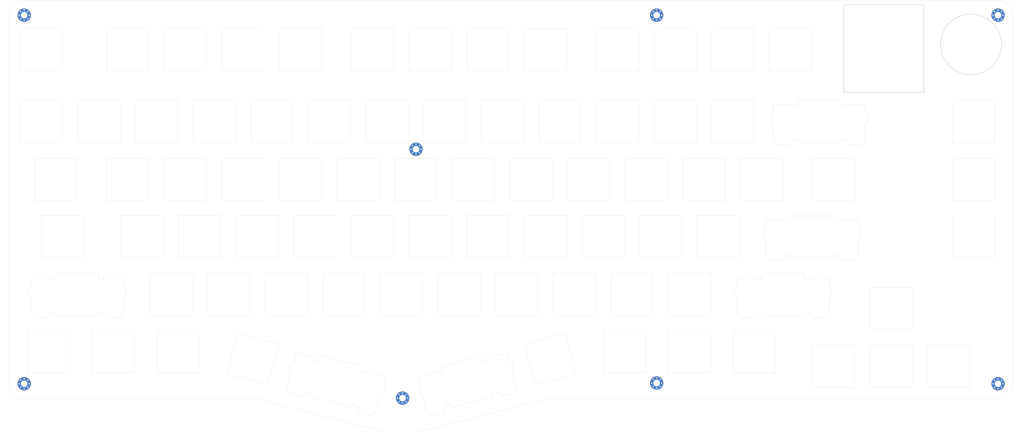
<source format=kicad_pcb>
(kicad_pcb (version 20171130) (host pcbnew 5.1.10-88a1d61d58~90~ubuntu20.04.1)

  (general
    (thickness 1.6)
    (drawings 541)
    (tracks 0)
    (zones 0)
    (modules 8)
    (nets 2)
  )

  (page A3)
  (layers
    (0 F.Cu signal)
    (31 B.Cu signal)
    (32 B.Adhes user)
    (33 F.Adhes user)
    (34 B.Paste user)
    (35 F.Paste user)
    (36 B.SilkS user hide)
    (37 F.SilkS user)
    (38 B.Mask user)
    (39 F.Mask user)
    (40 Dwgs.User user)
    (41 Cmts.User user)
    (42 Eco1.User user)
    (43 Eco2.User user)
    (44 Edge.Cuts user)
    (45 Margin user)
    (46 B.CrtYd user)
    (47 F.CrtYd user)
    (48 B.Fab user)
    (49 F.Fab user)
  )

  (setup
    (last_trace_width 0.254)
    (user_trace_width 0.254)
    (trace_clearance 0.2)
    (zone_clearance 0.508)
    (zone_45_only no)
    (trace_min 0.2)
    (via_size 0.8)
    (via_drill 0.4)
    (via_min_size 0.4)
    (via_min_drill 0.3)
    (uvia_size 0.3)
    (uvia_drill 0.1)
    (uvias_allowed no)
    (uvia_min_size 0.2)
    (uvia_min_drill 0.1)
    (edge_width 0.05)
    (segment_width 0.2)
    (pcb_text_width 0.3)
    (pcb_text_size 1.5 1.5)
    (mod_edge_width 0.12)
    (mod_text_size 1 1)
    (mod_text_width 0.15)
    (pad_size 4.4 4.4)
    (pad_drill 2.2)
    (pad_to_mask_clearance 0.05)
    (aux_axis_origin 55.88 78.232)
    (grid_origin 55.89 78.232)
    (visible_elements 7FFFFFFF)
    (pcbplotparams
      (layerselection 0x010fc_ffffffff)
      (usegerberextensions false)
      (usegerberattributes true)
      (usegerberadvancedattributes true)
      (creategerberjobfile true)
      (excludeedgelayer true)
      (linewidth 0.100000)
      (plotframeref false)
      (viasonmask false)
      (mode 1)
      (useauxorigin false)
      (hpglpennumber 1)
      (hpglpenspeed 20)
      (hpglpendiameter 15.000000)
      (psnegative false)
      (psa4output false)
      (plotreference true)
      (plotvalue true)
      (plotinvisibletext false)
      (padsonsilk false)
      (subtractmaskfromsilk false)
      (outputformat 1)
      (mirror false)
      (drillshape 0)
      (scaleselection 1)
      (outputdirectory "gerber/"))
  )

  (net 0 "")
  (net 1 GND)

  (net_class Default "This is the default net class."
    (clearance 0.2)
    (trace_width 0.254)
    (via_dia 0.8)
    (via_drill 0.4)
    (uvia_dia 0.3)
    (uvia_drill 0.1)
  )

  (module keyboard:MountingHole_2.2mm_M2_Pad_Via (layer F.Cu) (tedit 613D0AD2) (tstamp 613D0ECB)
    (at 60.88 83.232)
    (descr "Mounting Hole 2.2mm, M2")
    (tags "mounting hole 2.2mm m2")
    (path /613EE8B0)
    (attr virtual)
    (fp_text reference MountBaseMiddleTop1 (at 0 -3.2) (layer F.SilkS) hide
      (effects (font (size 1 1) (thickness 0.15)))
    )
    (fp_text value MountingHole (at 0 3.2) (layer F.Fab)
      (effects (font (size 1 1) (thickness 0.15)))
    )
    (fp_circle (center 0 0) (end 2.45 0) (layer F.CrtYd) (width 0.05))
    (fp_circle (center 0 0) (end 2.2 0) (layer Cmts.User) (width 0.15))
    (fp_text user %R (at 0.3 0) (layer F.Fab)
      (effects (font (size 1 1) (thickness 0.15)))
    )
    (pad 1 thru_hole circle (at 1.166726 -1.166726) (size 0.7 0.7) (drill 0.4) (layers *.Cu *.Mask))
    (pad 1 thru_hole circle (at 0 -1.65) (size 0.7 0.7) (drill 0.4) (layers *.Cu *.Mask))
    (pad 1 thru_hole circle (at -1.166726 -1.166726) (size 0.7 0.7) (drill 0.4) (layers *.Cu *.Mask))
    (pad 1 thru_hole circle (at -1.65 0) (size 0.7 0.7) (drill 0.4) (layers *.Cu *.Mask))
    (pad 1 thru_hole circle (at -1.166726 1.166726) (size 0.7 0.7) (drill 0.4) (layers *.Cu *.Mask))
    (pad 1 thru_hole circle (at 0 1.65) (size 0.7 0.7) (drill 0.4) (layers *.Cu *.Mask))
    (pad 1 thru_hole circle (at 1.166726 1.166726) (size 0.7 0.7) (drill 0.4) (layers *.Cu *.Mask))
    (pad 1 thru_hole circle (at 1.65 0) (size 0.7 0.7) (drill 0.4) (layers *.Cu *.Mask))
    (pad 1 thru_hole circle (at 0 0) (size 4.4 4.4) (drill 2.2) (layers *.Cu *.Mask))
  )

  (module keyboard:MountingHole_2.2mm_M2_Pad_Via (layer F.Cu) (tedit 613D0AD2) (tstamp 613D0EDE)
    (at 60.89 205.232)
    (descr "Mounting Hole 2.2mm, M2")
    (tags "mounting hole 2.2mm m2")
    (path /613F05DB)
    (attr virtual)
    (fp_text reference MountBaseMiddleTop2 (at 0 -3.2) (layer F.SilkS) hide
      (effects (font (size 1 1) (thickness 0.15)))
    )
    (fp_text value MountingHole (at 0 3.2) (layer F.Fab)
      (effects (font (size 1 1) (thickness 0.15)))
    )
    (fp_circle (center 0 0) (end 2.45 0) (layer F.CrtYd) (width 0.05))
    (fp_circle (center 0 0) (end 2.2 0) (layer Cmts.User) (width 0.15))
    (fp_text user %R (at 0.3 0) (layer F.Fab)
      (effects (font (size 1 1) (thickness 0.15)))
    )
    (pad 1 thru_hole circle (at 1.166726 -1.166726) (size 0.7 0.7) (drill 0.4) (layers *.Cu *.Mask))
    (pad 1 thru_hole circle (at 0 -1.65) (size 0.7 0.7) (drill 0.4) (layers *.Cu *.Mask))
    (pad 1 thru_hole circle (at -1.166726 -1.166726) (size 0.7 0.7) (drill 0.4) (layers *.Cu *.Mask))
    (pad 1 thru_hole circle (at -1.65 0) (size 0.7 0.7) (drill 0.4) (layers *.Cu *.Mask))
    (pad 1 thru_hole circle (at -1.166726 1.166726) (size 0.7 0.7) (drill 0.4) (layers *.Cu *.Mask))
    (pad 1 thru_hole circle (at 0 1.65) (size 0.7 0.7) (drill 0.4) (layers *.Cu *.Mask))
    (pad 1 thru_hole circle (at 1.166726 1.166726) (size 0.7 0.7) (drill 0.4) (layers *.Cu *.Mask))
    (pad 1 thru_hole circle (at 1.65 0) (size 0.7 0.7) (drill 0.4) (layers *.Cu *.Mask))
    (pad 1 thru_hole circle (at 0 0) (size 4.4 4.4) (drill 2.2) (layers *.Cu *.Mask))
  )

  (module keyboard:MountingHole_2.2mm_M2_Pad_Via (layer F.Cu) (tedit 613D0AD2) (tstamp 613D98E4)
    (at 190.44 127.622)
    (descr "Mounting Hole 2.2mm, M2")
    (tags "mounting hole 2.2mm m2")
    (path /6140E5D0)
    (attr virtual)
    (fp_text reference MountBaseMiddleTop3 (at 0 -3.2) (layer F.SilkS) hide
      (effects (font (size 1 1) (thickness 0.15)))
    )
    (fp_text value MountingHole (at 0 3.2) (layer F.Fab)
      (effects (font (size 1 1) (thickness 0.15)))
    )
    (fp_circle (center 0 0) (end 2.45 0) (layer F.CrtYd) (width 0.05))
    (fp_circle (center 0 0) (end 2.2 0) (layer Cmts.User) (width 0.15))
    (fp_text user %R (at 0.3 0) (layer F.Fab)
      (effects (font (size 1 1) (thickness 0.15)))
    )
    (pad 1 thru_hole circle (at 1.166726 -1.166726) (size 0.7 0.7) (drill 0.4) (layers *.Cu *.Mask))
    (pad 1 thru_hole circle (at 0 -1.65) (size 0.7 0.7) (drill 0.4) (layers *.Cu *.Mask))
    (pad 1 thru_hole circle (at -1.166726 -1.166726) (size 0.7 0.7) (drill 0.4) (layers *.Cu *.Mask))
    (pad 1 thru_hole circle (at -1.65 0) (size 0.7 0.7) (drill 0.4) (layers *.Cu *.Mask))
    (pad 1 thru_hole circle (at -1.166726 1.166726) (size 0.7 0.7) (drill 0.4) (layers *.Cu *.Mask))
    (pad 1 thru_hole circle (at 0 1.65) (size 0.7 0.7) (drill 0.4) (layers *.Cu *.Mask))
    (pad 1 thru_hole circle (at 1.166726 1.166726) (size 0.7 0.7) (drill 0.4) (layers *.Cu *.Mask))
    (pad 1 thru_hole circle (at 1.65 0) (size 0.7 0.7) (drill 0.4) (layers *.Cu *.Mask))
    (pad 1 thru_hole circle (at 0 0) (size 4.4 4.4) (drill 2.2) (layers *.Cu *.Mask))
  )

  (module keyboard:MountingHole_2.2mm_M2_Pad_Via (layer F.Cu) (tedit 613D0AD2) (tstamp 613D9911)
    (at 186 210)
    (descr "Mounting Hole 2.2mm, M2")
    (tags "mounting hole 2.2mm m2")
    (path /6142C521)
    (attr virtual)
    (fp_text reference MountBaseMiddleTop4 (at 0 -3.2) (layer F.SilkS) hide
      (effects (font (size 1 1) (thickness 0.15)))
    )
    (fp_text value MountingHole (at 0 3.2) (layer F.Fab)
      (effects (font (size 1 1) (thickness 0.15)))
    )
    (fp_circle (center 0 0) (end 2.45 0) (layer F.CrtYd) (width 0.05))
    (fp_circle (center 0 0) (end 2.2 0) (layer Cmts.User) (width 0.15))
    (fp_text user %R (at 0.3 0) (layer F.Fab)
      (effects (font (size 1 1) (thickness 0.15)))
    )
    (pad 1 thru_hole circle (at 1.166726 -1.166726) (size 0.7 0.7) (drill 0.4) (layers *.Cu *.Mask))
    (pad 1 thru_hole circle (at 0 -1.65) (size 0.7 0.7) (drill 0.4) (layers *.Cu *.Mask))
    (pad 1 thru_hole circle (at -1.166726 -1.166726) (size 0.7 0.7) (drill 0.4) (layers *.Cu *.Mask))
    (pad 1 thru_hole circle (at -1.65 0) (size 0.7 0.7) (drill 0.4) (layers *.Cu *.Mask))
    (pad 1 thru_hole circle (at -1.166726 1.166726) (size 0.7 0.7) (drill 0.4) (layers *.Cu *.Mask))
    (pad 1 thru_hole circle (at 0 1.65) (size 0.7 0.7) (drill 0.4) (layers *.Cu *.Mask))
    (pad 1 thru_hole circle (at 1.166726 1.166726) (size 0.7 0.7) (drill 0.4) (layers *.Cu *.Mask))
    (pad 1 thru_hole circle (at 1.65 0) (size 0.7 0.7) (drill 0.4) (layers *.Cu *.Mask))
    (pad 1 thru_hole circle (at 0 0) (size 4.4 4.4) (drill 2.2) (layers *.Cu *.Mask))
  )

  (module keyboard:MountingHole_2.2mm_M2_Pad_Via (layer F.Cu) (tedit 613D0AD2) (tstamp 613E8636)
    (at 270 83.232)
    (descr "Mounting Hole 2.2mm, M2")
    (tags "mounting hole 2.2mm m2")
    (path /6144A4AD)
    (attr virtual)
    (fp_text reference MountBaseMiddleTop5 (at 0 -3.2) (layer F.SilkS) hide
      (effects (font (size 1 1) (thickness 0.15)))
    )
    (fp_text value MountingHole (at 0 3.2) (layer F.Fab)
      (effects (font (size 1 1) (thickness 0.15)))
    )
    (fp_circle (center 0 0) (end 2.45 0) (layer F.CrtYd) (width 0.05))
    (fp_circle (center 0 0) (end 2.2 0) (layer Cmts.User) (width 0.15))
    (fp_text user %R (at 0.3 0) (layer F.Fab)
      (effects (font (size 1 1) (thickness 0.15)))
    )
    (pad 1 thru_hole circle (at 1.166726 -1.166726) (size 0.7 0.7) (drill 0.4) (layers *.Cu *.Mask))
    (pad 1 thru_hole circle (at 0 -1.65) (size 0.7 0.7) (drill 0.4) (layers *.Cu *.Mask))
    (pad 1 thru_hole circle (at -1.166726 -1.166726) (size 0.7 0.7) (drill 0.4) (layers *.Cu *.Mask))
    (pad 1 thru_hole circle (at -1.65 0) (size 0.7 0.7) (drill 0.4) (layers *.Cu *.Mask))
    (pad 1 thru_hole circle (at -1.166726 1.166726) (size 0.7 0.7) (drill 0.4) (layers *.Cu *.Mask))
    (pad 1 thru_hole circle (at 0 1.65) (size 0.7 0.7) (drill 0.4) (layers *.Cu *.Mask))
    (pad 1 thru_hole circle (at 1.166726 1.166726) (size 0.7 0.7) (drill 0.4) (layers *.Cu *.Mask))
    (pad 1 thru_hole circle (at 1.65 0) (size 0.7 0.7) (drill 0.4) (layers *.Cu *.Mask))
    (pad 1 thru_hole circle (at 0 0) (size 4.4 4.4) (drill 2.2) (layers *.Cu *.Mask))
  )

  (module keyboard:MountingHole_2.2mm_M2_Pad_Via (layer F.Cu) (tedit 613D0AD2) (tstamp 613D0F2A)
    (at 270 205)
    (descr "Mounting Hole 2.2mm, M2")
    (tags "mounting hole 2.2mm m2")
    (path /61468462)
    (attr virtual)
    (fp_text reference MountBaseMiddleTop6 (at 0 -3.2) (layer F.SilkS) hide
      (effects (font (size 1 1) (thickness 0.15)))
    )
    (fp_text value MountingHole (at 0 3.2) (layer F.Fab)
      (effects (font (size 1 1) (thickness 0.15)))
    )
    (fp_circle (center 0 0) (end 2.45 0) (layer F.CrtYd) (width 0.05))
    (fp_circle (center 0 0) (end 2.2 0) (layer Cmts.User) (width 0.15))
    (fp_text user %R (at 0.3 0) (layer F.Fab)
      (effects (font (size 1 1) (thickness 0.15)))
    )
    (pad 1 thru_hole circle (at 1.166726 -1.166726) (size 0.7 0.7) (drill 0.4) (layers *.Cu *.Mask))
    (pad 1 thru_hole circle (at 0 -1.65) (size 0.7 0.7) (drill 0.4) (layers *.Cu *.Mask))
    (pad 1 thru_hole circle (at -1.166726 -1.166726) (size 0.7 0.7) (drill 0.4) (layers *.Cu *.Mask))
    (pad 1 thru_hole circle (at -1.65 0) (size 0.7 0.7) (drill 0.4) (layers *.Cu *.Mask))
    (pad 1 thru_hole circle (at -1.166726 1.166726) (size 0.7 0.7) (drill 0.4) (layers *.Cu *.Mask))
    (pad 1 thru_hole circle (at 0 1.65) (size 0.7 0.7) (drill 0.4) (layers *.Cu *.Mask))
    (pad 1 thru_hole circle (at 1.166726 1.166726) (size 0.7 0.7) (drill 0.4) (layers *.Cu *.Mask))
    (pad 1 thru_hole circle (at 1.65 0) (size 0.7 0.7) (drill 0.4) (layers *.Cu *.Mask))
    (pad 1 thru_hole circle (at 0 0) (size 4.4 4.4) (drill 2.2) (layers *.Cu *.Mask))
  )

  (module keyboard:MountingHole_2.2mm_M2_Pad_Via (layer F.Cu) (tedit 613D0AD2) (tstamp 613D0F3D)
    (at 382.89 83.232)
    (descr "Mounting Hole 2.2mm, M2")
    (tags "mounting hole 2.2mm m2")
    (path /615C07FA)
    (attr virtual)
    (fp_text reference MountBaseMiddleTop7 (at 0 -3.2) (layer F.SilkS) hide
      (effects (font (size 1 1) (thickness 0.15)))
    )
    (fp_text value MountingHole (at 0 3.2) (layer F.Fab)
      (effects (font (size 1 1) (thickness 0.15)))
    )
    (fp_circle (center 0 0) (end 2.45 0) (layer F.CrtYd) (width 0.05))
    (fp_circle (center 0 0) (end 2.2 0) (layer Cmts.User) (width 0.15))
    (fp_text user %R (at 0.3 0) (layer F.Fab)
      (effects (font (size 1 1) (thickness 0.15)))
    )
    (pad 1 thru_hole circle (at 1.166726 -1.166726) (size 0.7 0.7) (drill 0.4) (layers *.Cu *.Mask))
    (pad 1 thru_hole circle (at 0 -1.65) (size 0.7 0.7) (drill 0.4) (layers *.Cu *.Mask))
    (pad 1 thru_hole circle (at -1.166726 -1.166726) (size 0.7 0.7) (drill 0.4) (layers *.Cu *.Mask))
    (pad 1 thru_hole circle (at -1.65 0) (size 0.7 0.7) (drill 0.4) (layers *.Cu *.Mask))
    (pad 1 thru_hole circle (at -1.166726 1.166726) (size 0.7 0.7) (drill 0.4) (layers *.Cu *.Mask))
    (pad 1 thru_hole circle (at 0 1.65) (size 0.7 0.7) (drill 0.4) (layers *.Cu *.Mask))
    (pad 1 thru_hole circle (at 1.166726 1.166726) (size 0.7 0.7) (drill 0.4) (layers *.Cu *.Mask))
    (pad 1 thru_hole circle (at 1.65 0) (size 0.7 0.7) (drill 0.4) (layers *.Cu *.Mask))
    (pad 1 thru_hole circle (at 0 0) (size 4.4 4.4) (drill 2.2) (layers *.Cu *.Mask))
  )

  (module keyboard:MountingHole_2.2mm_M2_Pad_Via (layer F.Cu) (tedit 613D0AD2) (tstamp 613D0F50)
    (at 382.89 205.232)
    (descr "Mounting Hole 2.2mm, M2")
    (tags "mounting hole 2.2mm m2")
    (path /615C0800)
    (attr virtual)
    (fp_text reference MountBaseMiddleTop8 (at 0 -3.2) (layer F.SilkS) hide
      (effects (font (size 1 1) (thickness 0.15)))
    )
    (fp_text value MountingHole (at 0 3.2) (layer F.Fab)
      (effects (font (size 1 1) (thickness 0.15)))
    )
    (fp_circle (center 0 0) (end 2.45 0) (layer F.CrtYd) (width 0.05))
    (fp_circle (center 0 0) (end 2.2 0) (layer Cmts.User) (width 0.15))
    (fp_text user %R (at 0.3 0) (layer F.Fab)
      (effects (font (size 1 1) (thickness 0.15)))
    )
    (pad 1 thru_hole circle (at 1.166726 -1.166726) (size 0.7 0.7) (drill 0.4) (layers *.Cu *.Mask))
    (pad 1 thru_hole circle (at 0 -1.65) (size 0.7 0.7) (drill 0.4) (layers *.Cu *.Mask))
    (pad 1 thru_hole circle (at -1.166726 -1.166726) (size 0.7 0.7) (drill 0.4) (layers *.Cu *.Mask))
    (pad 1 thru_hole circle (at -1.65 0) (size 0.7 0.7) (drill 0.4) (layers *.Cu *.Mask))
    (pad 1 thru_hole circle (at -1.166726 1.166726) (size 0.7 0.7) (drill 0.4) (layers *.Cu *.Mask))
    (pad 1 thru_hole circle (at 0 1.65) (size 0.7 0.7) (drill 0.4) (layers *.Cu *.Mask))
    (pad 1 thru_hole circle (at 1.166726 1.166726) (size 0.7 0.7) (drill 0.4) (layers *.Cu *.Mask))
    (pad 1 thru_hole circle (at 1.65 0) (size 0.7 0.7) (drill 0.4) (layers *.Cu *.Mask))
    (pad 1 thru_hole circle (at 0 0) (size 4.4 4.4) (drill 2.2) (layers *.Cu *.Mask))
  )

  (gr_line (start 297.715 144.535) (end 297.715 130.565) (layer Edge.Cuts) (width 0.05))
  (gr_line (start 311.685 144.535) (end 297.715 144.535) (layer Edge.Cuts) (width 0.05))
  (gr_line (start 311.685 130.565) (end 311.685 144.535) (layer Edge.Cuts) (width 0.05))
  (gr_line (start 297.715 130.565) (end 311.685 130.565) (layer Edge.Cuts) (width 0.05))
  (gr_line (start 359.565 206.435) (end 359.565 192.465) (layer Edge.Cuts) (width 0.05))
  (gr_line (start 373.535 206.435) (end 359.565 206.435) (layer Edge.Cuts) (width 0.05))
  (gr_line (start 373.535 192.465) (end 373.535 206.435) (layer Edge.Cuts) (width 0.05))
  (gr_line (start 359.565 192.465) (end 373.535 192.465) (layer Edge.Cuts) (width 0.05))
  (gr_line (start 340.515 206.435) (end 340.515 192.465) (layer Edge.Cuts) (width 0.05))
  (gr_line (start 354.485 206.435) (end 340.515 206.435) (layer Edge.Cuts) (width 0.05))
  (gr_line (start 354.485 192.465) (end 354.485 206.435) (layer Edge.Cuts) (width 0.05))
  (gr_line (start 340.515 192.465) (end 354.485 192.465) (layer Edge.Cuts) (width 0.05))
  (gr_line (start 321.465 206.435) (end 321.465 192.465) (layer Edge.Cuts) (width 0.05))
  (gr_line (start 335.435 206.435) (end 321.465 206.435) (layer Edge.Cuts) (width 0.05))
  (gr_line (start 335.435 192.465) (end 335.435 206.435) (layer Edge.Cuts) (width 0.05))
  (gr_line (start 321.465 192.465) (end 335.435 192.465) (layer Edge.Cuts) (width 0.05))
  (gr_line (start 273.865 201.685) (end 273.865 187.715) (layer Edge.Cuts) (width 0.05))
  (gr_line (start 287.835 201.685) (end 273.865 201.685) (layer Edge.Cuts) (width 0.05))
  (gr_line (start 287.835 187.715) (end 287.835 201.685) (layer Edge.Cuts) (width 0.05))
  (gr_line (start 273.865 187.715) (end 287.835 187.715) (layer Edge.Cuts) (width 0.05))
  (gr_line (start 229.860859 205.604843) (end 226.245157 192.110859) (layer Edge.Cuts) (width 0.05))
  (gr_line (start 243.354843 201.989141) (end 229.860859 205.604843) (layer Edge.Cuts) (width 0.05))
  (gr_line (start 239.739141 188.495157) (end 243.354843 201.989141) (layer Edge.Cuts) (width 0.05))
  (gr_line (start 226.245157 192.110859) (end 239.739141 188.495157) (layer Edge.Cuts) (width 0.05))
  (gr_line (start 127.895157 201.939141) (end 131.510859 188.445157) (layer Edge.Cuts) (width 0.05))
  (gr_line (start 141.389141 205.554843) (end 127.895157 201.939141) (layer Edge.Cuts) (width 0.05))
  (gr_line (start 145.004843 192.060859) (end 141.389141 205.554843) (layer Edge.Cuts) (width 0.05))
  (gr_line (start 131.510859 188.445157) (end 145.004843 192.060859) (layer Edge.Cuts) (width 0.05))
  (gr_line (start 83.365 201.685) (end 83.365 187.715) (layer Edge.Cuts) (width 0.05))
  (gr_line (start 97.335 201.685) (end 83.365 201.685) (layer Edge.Cuts) (width 0.05))
  (gr_line (start 97.335 187.715) (end 97.335 201.685) (layer Edge.Cuts) (width 0.05))
  (gr_line (start 83.365 187.715) (end 97.335 187.715) (layer Edge.Cuts) (width 0.05))
  (gr_line (start 340.515 187.385) (end 340.515 173.415) (layer Edge.Cuts) (width 0.05))
  (gr_line (start 354.485 187.385) (end 340.515 187.385) (layer Edge.Cuts) (width 0.05))
  (gr_line (start 354.485 173.415) (end 354.485 187.385) (layer Edge.Cuts) (width 0.05))
  (gr_line (start 340.515 173.415) (end 354.485 173.415) (layer Edge.Cuts) (width 0.05))
  (gr_line (start 273.915 182.635) (end 273.915 168.665) (layer Edge.Cuts) (width 0.05))
  (gr_line (start 287.885 182.635) (end 273.915 182.635) (layer Edge.Cuts) (width 0.05))
  (gr_line (start 287.885 168.665) (end 287.885 182.635) (layer Edge.Cuts) (width 0.05))
  (gr_line (start 273.915 168.665) (end 287.885 168.665) (layer Edge.Cuts) (width 0.05))
  (gr_line (start 254.815 182.635) (end 254.815 168.665) (layer Edge.Cuts) (width 0.05))
  (gr_line (start 268.785 182.635) (end 254.815 182.635) (layer Edge.Cuts) (width 0.05))
  (gr_line (start 268.785 168.665) (end 268.785 182.635) (layer Edge.Cuts) (width 0.05))
  (gr_line (start 254.815 168.665) (end 268.785 168.665) (layer Edge.Cuts) (width 0.05))
  (gr_line (start 235.765 182.635) (end 235.765 168.665) (layer Edge.Cuts) (width 0.05))
  (gr_line (start 249.735 182.635) (end 235.765 182.635) (layer Edge.Cuts) (width 0.05))
  (gr_line (start 249.735 168.665) (end 249.735 182.635) (layer Edge.Cuts) (width 0.05))
  (gr_line (start 235.765 168.665) (end 249.735 168.665) (layer Edge.Cuts) (width 0.05))
  (gr_line (start 216.715 182.635) (end 216.715 168.665) (layer Edge.Cuts) (width 0.05))
  (gr_line (start 230.685 182.635) (end 216.715 182.635) (layer Edge.Cuts) (width 0.05))
  (gr_line (start 230.685 168.665) (end 230.685 182.635) (layer Edge.Cuts) (width 0.05))
  (gr_line (start 216.715 168.665) (end 230.685 168.665) (layer Edge.Cuts) (width 0.05))
  (gr_line (start 197.665 182.635) (end 197.665 168.665) (layer Edge.Cuts) (width 0.05))
  (gr_line (start 211.635 182.635) (end 197.665 182.635) (layer Edge.Cuts) (width 0.05))
  (gr_line (start 211.635 168.665) (end 211.635 182.635) (layer Edge.Cuts) (width 0.05))
  (gr_line (start 197.665 168.665) (end 211.635 168.665) (layer Edge.Cuts) (width 0.05))
  (gr_line (start 178.615 182.635) (end 178.615 168.665) (layer Edge.Cuts) (width 0.05))
  (gr_line (start 192.585 182.635) (end 178.615 182.635) (layer Edge.Cuts) (width 0.05))
  (gr_line (start 192.585 168.665) (end 192.585 182.635) (layer Edge.Cuts) (width 0.05))
  (gr_line (start 178.615 168.665) (end 192.585 168.665) (layer Edge.Cuts) (width 0.05))
  (gr_line (start 159.565 182.635) (end 159.565 168.665) (layer Edge.Cuts) (width 0.05))
  (gr_line (start 173.535 182.635) (end 159.565 182.635) (layer Edge.Cuts) (width 0.05))
  (gr_line (start 173.535 168.665) (end 173.535 182.635) (layer Edge.Cuts) (width 0.05))
  (gr_line (start 159.565 168.665) (end 173.535 168.665) (layer Edge.Cuts) (width 0.05))
  (gr_line (start 140.515 182.635) (end 140.515 168.665) (layer Edge.Cuts) (width 0.05))
  (gr_line (start 154.485 182.635) (end 140.515 182.635) (layer Edge.Cuts) (width 0.05))
  (gr_line (start 154.485 168.665) (end 154.485 182.635) (layer Edge.Cuts) (width 0.05))
  (gr_line (start 140.515 168.665) (end 154.485 168.665) (layer Edge.Cuts) (width 0.05))
  (gr_line (start 121.465 182.635) (end 121.465 168.665) (layer Edge.Cuts) (width 0.05))
  (gr_line (start 135.435 182.635) (end 121.465 182.635) (layer Edge.Cuts) (width 0.05))
  (gr_line (start 135.435 168.665) (end 135.435 182.635) (layer Edge.Cuts) (width 0.05))
  (gr_line (start 121.465 168.665) (end 135.435 168.665) (layer Edge.Cuts) (width 0.05))
  (gr_line (start 102.415 182.635) (end 102.415 168.665) (layer Edge.Cuts) (width 0.05))
  (gr_line (start 116.385 182.635) (end 102.415 182.635) (layer Edge.Cuts) (width 0.05))
  (gr_line (start 116.385 168.665) (end 116.385 182.635) (layer Edge.Cuts) (width 0.05))
  (gr_line (start 102.415 168.665) (end 116.385 168.665) (layer Edge.Cuts) (width 0.05))
  (gr_line (start 283.415 163.535) (end 283.415 149.565) (layer Edge.Cuts) (width 0.05))
  (gr_line (start 297.385 163.535) (end 283.415 163.535) (layer Edge.Cuts) (width 0.05))
  (gr_line (start 297.385 149.565) (end 297.385 163.535) (layer Edge.Cuts) (width 0.05))
  (gr_line (start 283.415 149.565) (end 297.385 149.565) (layer Edge.Cuts) (width 0.05))
  (gr_line (start 264.365 163.535) (end 264.365 149.565) (layer Edge.Cuts) (width 0.05))
  (gr_line (start 278.335 163.535) (end 264.365 163.535) (layer Edge.Cuts) (width 0.05))
  (gr_line (start 278.335 149.565) (end 278.335 163.535) (layer Edge.Cuts) (width 0.05))
  (gr_line (start 264.365 149.565) (end 278.335 149.565) (layer Edge.Cuts) (width 0.05))
  (gr_line (start 245.315 163.535) (end 245.315 149.565) (layer Edge.Cuts) (width 0.05))
  (gr_line (start 259.285 163.535) (end 245.315 163.535) (layer Edge.Cuts) (width 0.05))
  (gr_line (start 259.285 149.565) (end 259.285 163.535) (layer Edge.Cuts) (width 0.05))
  (gr_line (start 245.315 149.565) (end 259.285 149.565) (layer Edge.Cuts) (width 0.05))
  (gr_line (start 226.265 163.535) (end 226.265 149.565) (layer Edge.Cuts) (width 0.05))
  (gr_line (start 240.235 163.535) (end 226.265 163.535) (layer Edge.Cuts) (width 0.05))
  (gr_line (start 240.235 149.565) (end 240.235 163.535) (layer Edge.Cuts) (width 0.05))
  (gr_line (start 226.265 149.565) (end 240.235 149.565) (layer Edge.Cuts) (width 0.05))
  (gr_line (start 207.215 163.535) (end 207.215 149.565) (layer Edge.Cuts) (width 0.05))
  (gr_line (start 221.185 163.535) (end 207.215 163.535) (layer Edge.Cuts) (width 0.05))
  (gr_line (start 221.185 149.565) (end 221.185 163.535) (layer Edge.Cuts) (width 0.05))
  (gr_line (start 207.215 149.565) (end 221.185 149.565) (layer Edge.Cuts) (width 0.05))
  (gr_line (start 188.115 163.535) (end 188.115 149.565) (layer Edge.Cuts) (width 0.05))
  (gr_line (start 202.085 163.535) (end 188.115 163.535) (layer Edge.Cuts) (width 0.05))
  (gr_line (start 202.085 149.565) (end 202.085 163.535) (layer Edge.Cuts) (width 0.05))
  (gr_line (start 188.115 149.565) (end 202.085 149.565) (layer Edge.Cuts) (width 0.05))
  (gr_line (start 169.065 163.535) (end 169.065 149.565) (layer Edge.Cuts) (width 0.05))
  (gr_line (start 183.035 163.535) (end 169.065 163.535) (layer Edge.Cuts) (width 0.05))
  (gr_line (start 183.035 149.565) (end 183.035 163.535) (layer Edge.Cuts) (width 0.05))
  (gr_line (start 169.065 149.565) (end 183.035 149.565) (layer Edge.Cuts) (width 0.05))
  (gr_line (start 150.015 163.535) (end 150.015 149.565) (layer Edge.Cuts) (width 0.05))
  (gr_line (start 163.985 163.535) (end 150.015 163.535) (layer Edge.Cuts) (width 0.05))
  (gr_line (start 163.985 149.565) (end 163.985 163.535) (layer Edge.Cuts) (width 0.05))
  (gr_line (start 150.015 149.565) (end 163.985 149.565) (layer Edge.Cuts) (width 0.05))
  (gr_line (start 130.915 163.535) (end 130.915 149.565) (layer Edge.Cuts) (width 0.05))
  (gr_line (start 144.885 163.535) (end 130.915 163.535) (layer Edge.Cuts) (width 0.05))
  (gr_line (start 144.885 149.565) (end 144.885 163.535) (layer Edge.Cuts) (width 0.05))
  (gr_line (start 130.915 149.565) (end 144.885 149.565) (layer Edge.Cuts) (width 0.05))
  (gr_line (start 111.915 163.535) (end 111.915 149.565) (layer Edge.Cuts) (width 0.05))
  (gr_line (start 125.885 163.535) (end 111.915 163.535) (layer Edge.Cuts) (width 0.05))
  (gr_line (start 125.885 149.565) (end 125.885 163.535) (layer Edge.Cuts) (width 0.05))
  (gr_line (start 111.915 149.565) (end 125.885 149.565) (layer Edge.Cuts) (width 0.05))
  (gr_line (start 92.865 163.535) (end 92.865 149.565) (layer Edge.Cuts) (width 0.05))
  (gr_line (start 106.835 163.535) (end 92.865 163.535) (layer Edge.Cuts) (width 0.05))
  (gr_line (start 106.835 149.565) (end 106.835 163.535) (layer Edge.Cuts) (width 0.05))
  (gr_line (start 92.865 149.565) (end 106.835 149.565) (layer Edge.Cuts) (width 0.05))
  (gr_line (start 278.665 144.535) (end 278.665 130.565) (layer Edge.Cuts) (width 0.05))
  (gr_line (start 292.635 144.535) (end 278.665 144.535) (layer Edge.Cuts) (width 0.05))
  (gr_line (start 292.635 130.565) (end 292.635 144.535) (layer Edge.Cuts) (width 0.05))
  (gr_line (start 278.665 130.565) (end 292.635 130.565) (layer Edge.Cuts) (width 0.05))
  (gr_line (start 259.615 144.535) (end 259.615 130.565) (layer Edge.Cuts) (width 0.05))
  (gr_line (start 273.585 144.535) (end 259.615 144.535) (layer Edge.Cuts) (width 0.05))
  (gr_line (start 273.585 130.565) (end 273.585 144.535) (layer Edge.Cuts) (width 0.05))
  (gr_line (start 259.615 130.565) (end 273.585 130.565) (layer Edge.Cuts) (width 0.05))
  (gr_line (start 240.565 144.535) (end 240.565 130.565) (layer Edge.Cuts) (width 0.05))
  (gr_line (start 254.535 144.535) (end 240.565 144.535) (layer Edge.Cuts) (width 0.05))
  (gr_line (start 254.535 130.565) (end 254.535 144.535) (layer Edge.Cuts) (width 0.05))
  (gr_line (start 240.565 130.565) (end 254.535 130.565) (layer Edge.Cuts) (width 0.05))
  (gr_line (start 221.465 144.535) (end 221.465 130.565) (layer Edge.Cuts) (width 0.05))
  (gr_line (start 235.435 144.535) (end 221.465 144.535) (layer Edge.Cuts) (width 0.05))
  (gr_line (start 235.435 130.565) (end 235.435 144.535) (layer Edge.Cuts) (width 0.05))
  (gr_line (start 221.465 130.565) (end 235.435 130.565) (layer Edge.Cuts) (width 0.05))
  (gr_line (start 202.415 144.535) (end 202.415 130.565) (layer Edge.Cuts) (width 0.05))
  (gr_line (start 216.385 144.535) (end 202.415 144.535) (layer Edge.Cuts) (width 0.05))
  (gr_line (start 216.385 130.565) (end 216.385 144.535) (layer Edge.Cuts) (width 0.05))
  (gr_line (start 202.415 130.565) (end 216.385 130.565) (layer Edge.Cuts) (width 0.05))
  (gr_line (start 183.365 144.535) (end 183.365 130.565) (layer Edge.Cuts) (width 0.05))
  (gr_line (start 197.335 144.535) (end 183.365 144.535) (layer Edge.Cuts) (width 0.05))
  (gr_line (start 197.335 130.565) (end 197.335 144.535) (layer Edge.Cuts) (width 0.05))
  (gr_line (start 183.365 130.565) (end 197.335 130.565) (layer Edge.Cuts) (width 0.05))
  (gr_line (start 164.315 144.535) (end 164.315 130.565) (layer Edge.Cuts) (width 0.05))
  (gr_line (start 178.285 144.535) (end 164.315 144.535) (layer Edge.Cuts) (width 0.05))
  (gr_line (start 178.285 130.565) (end 178.285 144.535) (layer Edge.Cuts) (width 0.05))
  (gr_line (start 164.315 130.565) (end 178.285 130.565) (layer Edge.Cuts) (width 0.05))
  (gr_line (start 145.265 144.535) (end 145.265 130.565) (layer Edge.Cuts) (width 0.05))
  (gr_line (start 159.235 144.535) (end 145.265 144.535) (layer Edge.Cuts) (width 0.05))
  (gr_line (start 159.235 130.565) (end 159.235 144.535) (layer Edge.Cuts) (width 0.05))
  (gr_line (start 145.265 130.565) (end 159.235 130.565) (layer Edge.Cuts) (width 0.05))
  (gr_line (start 126.215 144.535) (end 126.215 130.565) (layer Edge.Cuts) (width 0.05))
  (gr_line (start 140.185 144.535) (end 126.215 144.535) (layer Edge.Cuts) (width 0.05))
  (gr_line (start 140.185 130.565) (end 140.185 144.535) (layer Edge.Cuts) (width 0.05))
  (gr_line (start 126.215 130.565) (end 140.185 130.565) (layer Edge.Cuts) (width 0.05))
  (gr_line (start 107.165 144.535) (end 107.165 130.565) (layer Edge.Cuts) (width 0.05))
  (gr_line (start 121.135 144.535) (end 107.165 144.535) (layer Edge.Cuts) (width 0.05))
  (gr_line (start 121.135 130.565) (end 121.135 144.535) (layer Edge.Cuts) (width 0.05))
  (gr_line (start 107.165 130.565) (end 121.135 130.565) (layer Edge.Cuts) (width 0.05))
  (gr_line (start 88.115 144.535) (end 88.115 130.565) (layer Edge.Cuts) (width 0.05))
  (gr_line (start 102.085 144.535) (end 88.115 144.535) (layer Edge.Cuts) (width 0.05))
  (gr_line (start 102.085 130.565) (end 102.085 144.535) (layer Edge.Cuts) (width 0.05))
  (gr_line (start 88.115 130.565) (end 102.085 130.565) (layer Edge.Cuts) (width 0.05))
  (gr_line (start 288.165 125.435) (end 288.165 111.465) (layer Edge.Cuts) (width 0.05))
  (gr_line (start 302.135 125.435) (end 288.165 125.435) (layer Edge.Cuts) (width 0.05))
  (gr_line (start 302.135 111.465) (end 302.135 125.435) (layer Edge.Cuts) (width 0.05))
  (gr_line (start 288.165 111.465) (end 302.135 111.465) (layer Edge.Cuts) (width 0.05))
  (gr_line (start 269.115 125.435) (end 269.115 111.465) (layer Edge.Cuts) (width 0.05))
  (gr_line (start 283.085 125.435) (end 269.115 125.435) (layer Edge.Cuts) (width 0.05))
  (gr_line (start 283.085 111.465) (end 283.085 125.435) (layer Edge.Cuts) (width 0.05))
  (gr_line (start 269.115 111.465) (end 283.085 111.465) (layer Edge.Cuts) (width 0.05))
  (gr_line (start 250.065 125.435) (end 250.065 111.465) (layer Edge.Cuts) (width 0.05))
  (gr_line (start 264.035 125.435) (end 250.065 125.435) (layer Edge.Cuts) (width 0.05))
  (gr_line (start 264.035 111.465) (end 264.035 125.435) (layer Edge.Cuts) (width 0.05))
  (gr_line (start 250.065 111.465) (end 264.035 111.465) (layer Edge.Cuts) (width 0.05))
  (gr_line (start 231.015 125.435) (end 231.015 111.465) (layer Edge.Cuts) (width 0.05))
  (gr_line (start 244.985 125.435) (end 231.015 125.435) (layer Edge.Cuts) (width 0.05))
  (gr_line (start 244.985 111.465) (end 244.985 125.435) (layer Edge.Cuts) (width 0.05))
  (gr_line (start 231.015 111.465) (end 244.985 111.465) (layer Edge.Cuts) (width 0.05))
  (gr_line (start 211.965 125.435) (end 211.965 111.465) (layer Edge.Cuts) (width 0.05))
  (gr_line (start 225.935 125.435) (end 211.965 125.435) (layer Edge.Cuts) (width 0.05))
  (gr_line (start 225.935 111.465) (end 225.935 125.435) (layer Edge.Cuts) (width 0.05))
  (gr_line (start 211.965 111.465) (end 225.935 111.465) (layer Edge.Cuts) (width 0.05))
  (gr_line (start 192.915 125.435) (end 192.915 111.465) (layer Edge.Cuts) (width 0.05))
  (gr_line (start 206.885 125.435) (end 192.915 125.435) (layer Edge.Cuts) (width 0.05))
  (gr_line (start 206.885 111.465) (end 206.885 125.435) (layer Edge.Cuts) (width 0.05))
  (gr_line (start 192.915 111.465) (end 206.885 111.465) (layer Edge.Cuts) (width 0.05))
  (gr_line (start 173.865 125.435) (end 173.865 111.465) (layer Edge.Cuts) (width 0.05))
  (gr_line (start 187.835 125.435) (end 173.865 125.435) (layer Edge.Cuts) (width 0.05))
  (gr_line (start 187.835 111.465) (end 187.835 125.435) (layer Edge.Cuts) (width 0.05))
  (gr_line (start 173.865 111.465) (end 187.835 111.465) (layer Edge.Cuts) (width 0.05))
  (gr_line (start 154.815 125.435) (end 154.815 111.465) (layer Edge.Cuts) (width 0.05))
  (gr_line (start 168.785 125.435) (end 154.815 125.435) (layer Edge.Cuts) (width 0.05))
  (gr_line (start 168.785 111.465) (end 168.785 125.435) (layer Edge.Cuts) (width 0.05))
  (gr_line (start 154.815 111.465) (end 168.785 111.465) (layer Edge.Cuts) (width 0.05))
  (gr_line (start 135.765 125.435) (end 135.765 111.465) (layer Edge.Cuts) (width 0.05))
  (gr_line (start 149.735 125.435) (end 135.765 125.435) (layer Edge.Cuts) (width 0.05))
  (gr_line (start 149.735 111.465) (end 149.735 125.435) (layer Edge.Cuts) (width 0.05))
  (gr_line (start 135.765 111.465) (end 149.735 111.465) (layer Edge.Cuts) (width 0.05))
  (gr_line (start 116.715 125.435) (end 116.715 111.465) (layer Edge.Cuts) (width 0.05))
  (gr_line (start 130.685 125.435) (end 116.715 125.435) (layer Edge.Cuts) (width 0.05))
  (gr_line (start 130.685 111.465) (end 130.685 125.435) (layer Edge.Cuts) (width 0.05))
  (gr_line (start 116.715 111.465) (end 130.685 111.465) (layer Edge.Cuts) (width 0.05))
  (gr_line (start 97.665 125.435) (end 97.665 111.465) (layer Edge.Cuts) (width 0.05))
  (gr_line (start 111.635 125.435) (end 97.665 125.435) (layer Edge.Cuts) (width 0.05))
  (gr_line (start 111.635 111.465) (end 111.635 125.435) (layer Edge.Cuts) (width 0.05))
  (gr_line (start 97.665 111.465) (end 111.635 111.465) (layer Edge.Cuts) (width 0.05))
  (gr_line (start 78.615 125.435) (end 78.615 111.465) (layer Edge.Cuts) (width 0.05))
  (gr_line (start 92.585 125.435) (end 78.615 125.435) (layer Edge.Cuts) (width 0.05))
  (gr_line (start 92.585 111.465) (end 92.585 125.435) (layer Edge.Cuts) (width 0.05))
  (gr_line (start 78.615 111.465) (end 92.585 111.465) (layer Edge.Cuts) (width 0.05))
  (gr_line (start 59.565 125.435) (end 59.565 111.465) (layer Edge.Cuts) (width 0.05))
  (gr_line (start 73.535 125.435) (end 59.565 125.435) (layer Edge.Cuts) (width 0.05))
  (gr_line (start 73.535 111.465) (end 73.535 125.435) (layer Edge.Cuts) (width 0.05))
  (gr_line (start 59.565 111.465) (end 73.535 111.465) (layer Edge.Cuts) (width 0.05))
  (gr_line (start 307.165 101.635) (end 307.165 87.665) (layer Edge.Cuts) (width 0.05))
  (gr_line (start 321.135 101.635) (end 307.165 101.635) (layer Edge.Cuts) (width 0.05))
  (gr_line (start 321.135 87.665) (end 321.135 101.635) (layer Edge.Cuts) (width 0.05))
  (gr_line (start 307.165 87.665) (end 321.135 87.665) (layer Edge.Cuts) (width 0.05))
  (gr_line (start 269.115 101.635) (end 269.115 87.665) (layer Edge.Cuts) (width 0.05))
  (gr_line (start 283.085 101.635) (end 269.115 101.635) (layer Edge.Cuts) (width 0.05))
  (gr_line (start 283.085 87.665) (end 283.085 101.635) (layer Edge.Cuts) (width 0.05))
  (gr_line (start 269.115 87.665) (end 283.085 87.665) (layer Edge.Cuts) (width 0.05))
  (gr_line (start 250.065 101.635) (end 250.065 87.665) (layer Edge.Cuts) (width 0.05))
  (gr_line (start 264.035 101.635) (end 250.065 101.635) (layer Edge.Cuts) (width 0.05))
  (gr_line (start 264.035 87.665) (end 264.035 101.635) (layer Edge.Cuts) (width 0.05))
  (gr_line (start 250.065 87.665) (end 264.035 87.665) (layer Edge.Cuts) (width 0.05))
  (gr_line (start 226.265 101.685) (end 226.265 87.715) (layer Edge.Cuts) (width 0.05))
  (gr_line (start 240.235 101.685) (end 226.265 101.685) (layer Edge.Cuts) (width 0.05))
  (gr_line (start 240.235 87.715) (end 240.235 101.685) (layer Edge.Cuts) (width 0.05))
  (gr_line (start 226.265 87.715) (end 240.235 87.715) (layer Edge.Cuts) (width 0.05))
  (gr_line (start 207.215 101.635) (end 207.215 87.665) (layer Edge.Cuts) (width 0.05))
  (gr_line (start 221.185 101.635) (end 207.215 101.635) (layer Edge.Cuts) (width 0.05))
  (gr_line (start 221.185 87.665) (end 221.185 101.635) (layer Edge.Cuts) (width 0.05))
  (gr_line (start 207.215 87.665) (end 221.185 87.665) (layer Edge.Cuts) (width 0.05))
  (gr_line (start 188.165 101.635) (end 188.165 87.665) (layer Edge.Cuts) (width 0.05))
  (gr_line (start 202.135 101.635) (end 188.165 101.635) (layer Edge.Cuts) (width 0.05))
  (gr_line (start 202.135 87.665) (end 202.135 101.635) (layer Edge.Cuts) (width 0.05))
  (gr_line (start 188.165 87.665) (end 202.135 87.665) (layer Edge.Cuts) (width 0.05))
  (gr_line (start 169.115 101.635) (end 169.115 87.665) (layer Edge.Cuts) (width 0.05))
  (gr_line (start 183.085 101.635) (end 169.115 101.635) (layer Edge.Cuts) (width 0.05))
  (gr_line (start 183.085 87.665) (end 183.085 101.635) (layer Edge.Cuts) (width 0.05))
  (gr_line (start 169.115 87.665) (end 183.085 87.665) (layer Edge.Cuts) (width 0.05))
  (gr_line (start 145.315 101.635) (end 145.315 87.665) (layer Edge.Cuts) (width 0.05))
  (gr_line (start 159.285 101.635) (end 145.315 101.635) (layer Edge.Cuts) (width 0.05))
  (gr_line (start 159.285 87.665) (end 159.285 101.635) (layer Edge.Cuts) (width 0.05))
  (gr_line (start 145.315 87.665) (end 159.285 87.665) (layer Edge.Cuts) (width 0.05))
  (gr_line (start 126.215 101.635) (end 126.215 87.665) (layer Edge.Cuts) (width 0.05))
  (gr_line (start 140.185 101.635) (end 126.215 101.635) (layer Edge.Cuts) (width 0.05))
  (gr_line (start 140.185 87.665) (end 140.185 101.635) (layer Edge.Cuts) (width 0.05))
  (gr_line (start 126.215 87.665) (end 140.185 87.665) (layer Edge.Cuts) (width 0.05))
  (gr_line (start 107.165 101.635) (end 107.165 87.665) (layer Edge.Cuts) (width 0.05))
  (gr_line (start 121.135 101.635) (end 107.165 101.635) (layer Edge.Cuts) (width 0.05))
  (gr_line (start 121.135 87.665) (end 121.135 101.635) (layer Edge.Cuts) (width 0.05))
  (gr_line (start 107.165 87.665) (end 121.135 87.665) (layer Edge.Cuts) (width 0.05))
  (gr_line (start 88.165 101.635) (end 88.165 87.665) (layer Edge.Cuts) (width 0.05))
  (gr_line (start 102.135 101.635) (end 88.165 101.635) (layer Edge.Cuts) (width 0.05))
  (gr_line (start 102.135 87.665) (end 102.135 101.635) (layer Edge.Cuts) (width 0.05))
  (gr_line (start 88.165 87.665) (end 102.135 87.665) (layer Edge.Cuts) (width 0.05))
  (gr_line (start 59.565 101.635) (end 59.565 87.665) (layer Edge.Cuts) (width 0.05))
  (gr_line (start 73.535 101.635) (end 59.565 101.635) (layer Edge.Cuts) (width 0.05))
  (gr_line (start 73.535 87.665) (end 73.535 101.635) (layer Edge.Cuts) (width 0.05))
  (gr_line (start 59.565 87.665) (end 73.535 87.665) (layer Edge.Cuts) (width 0.05))
  (gr_line (start 288.165 101.635) (end 288.165 87.665) (layer Edge.Cuts) (width 0.05))
  (gr_line (start 302.135 101.635) (end 288.165 101.635) (layer Edge.Cuts) (width 0.05))
  (gr_line (start 302.135 87.665) (end 302.135 101.635) (layer Edge.Cuts) (width 0.05))
  (gr_line (start 288.165 87.665) (end 302.135 87.665) (layer Edge.Cuts) (width 0.05))
  (gr_line (start 321.515 130.565) (end 335.485 130.565) (layer Edge.Cuts) (width 0.05))
  (gr_line (start 335.485 130.565) (end 335.485 144.535) (layer Edge.Cuts) (width 0.05))
  (gr_line (start 335.485 144.535) (end 321.515 144.535) (layer Edge.Cuts) (width 0.05))
  (gr_line (start 321.515 144.535) (end 321.515 130.565) (layer Edge.Cuts) (width 0.05))
  (gr_line (start 64.315 130.565) (end 78.285 130.565) (layer Edge.Cuts) (width 0.05))
  (gr_line (start 78.285 130.565) (end 78.285 144.535) (layer Edge.Cuts) (width 0.05))
  (gr_line (start 78.285 144.535) (end 64.315 144.535) (layer Edge.Cuts) (width 0.05))
  (gr_line (start 64.315 144.535) (end 64.315 130.565) (layer Edge.Cuts) (width 0.05))
  (gr_line (start 66.665 149.565) (end 80.635 149.565) (layer Edge.Cuts) (width 0.05))
  (gr_line (start 80.635 149.565) (end 80.635 163.535) (layer Edge.Cuts) (width 0.05))
  (gr_line (start 80.635 163.535) (end 66.665 163.535) (layer Edge.Cuts) (width 0.05))
  (gr_line (start 66.665 163.535) (end 66.665 149.565) (layer Edge.Cuts) (width 0.05))
  (gr_line (start 88.052 183.4224) (end 88.052 182.254) (layer Edge.Cuts) (width 0.05))
  (gr_line (start 94.529 173.364) (end 94.529 176.158) (layer Edge.Cuts) (width 0.05))
  (gr_line (start 71.415 181.4666) (end 69.7894 181.4666) (layer Edge.Cuts) (width 0.05))
  (gr_line (start 92.624 182.254) (end 92.624 183.4224) (layer Edge.Cuts) (width 0.05))
  (gr_line (start 71.415 182.635) (end 71.415 181.4666) (layer Edge.Cuts) (width 0.05))
  (gr_line (start 93.6654 176.158) (end 93.6654 182.254) (layer Edge.Cuts) (width 0.05))
  (gr_line (start 63.1346 173.364) (end 63.1346 169.9604) (layer Edge.Cuts) (width 0.05))
  (gr_line (start 71.415 168.665) (end 85.385 168.665) (layer Edge.Cuts) (width 0.05))
  (gr_line (start 71.415 170.7732) (end 71.415 168.665) (layer Edge.Cuts) (width 0.05))
  (gr_line (start 63.1346 169.9604) (end 69.7894 169.9604) (layer Edge.Cuts) (width 0.05))
  (gr_line (start 63.1346 182.254) (end 63.1346 176.158) (layer Edge.Cuts) (width 0.05))
  (gr_line (start 85.385 168.665) (end 85.385 170.7732) (layer Edge.Cuts) (width 0.05))
  (gr_line (start 88.052 182.254) (end 87.0106 182.254) (layer Edge.Cuts) (width 0.05))
  (gr_line (start 68.748 182.254) (end 68.748 183.4224) (layer Edge.Cuts) (width 0.05))
  (gr_line (start 69.7894 170.7732) (end 71.415 170.7732) (layer Edge.Cuts) (width 0.05))
  (gr_line (start 85.385 181.4666) (end 85.385 182.635) (layer Edge.Cuts) (width 0.05))
  (gr_line (start 93.6654 169.9604) (end 93.6654 173.364) (layer Edge.Cuts) (width 0.05))
  (gr_line (start 87.0106 182.254) (end 87.0106 181.4666) (layer Edge.Cuts) (width 0.05))
  (gr_line (start 68.748 183.4224) (end 64.176 183.4224) (layer Edge.Cuts) (width 0.05))
  (gr_line (start 93.6654 173.364) (end 94.529 173.364) (layer Edge.Cuts) (width 0.05))
  (gr_line (start 64.176 182.254) (end 63.1346 182.254) (layer Edge.Cuts) (width 0.05))
  (gr_line (start 93.6654 182.254) (end 92.624 182.254) (layer Edge.Cuts) (width 0.05))
  (gr_line (start 92.624 183.4224) (end 88.052 183.4224) (layer Edge.Cuts) (width 0.05))
  (gr_line (start 87.0106 169.9604) (end 93.6654 169.9604) (layer Edge.Cuts) (width 0.05))
  (gr_line (start 64.176 183.4224) (end 64.176 182.254) (layer Edge.Cuts) (width 0.05))
  (gr_line (start 62.271 173.364) (end 63.1346 173.364) (layer Edge.Cuts) (width 0.05))
  (gr_line (start 85.385 182.635) (end 71.415 182.635) (layer Edge.Cuts) (width 0.05))
  (gr_line (start 87.0106 181.4666) (end 85.385 181.4666) (layer Edge.Cuts) (width 0.05))
  (gr_line (start 85.385 170.7732) (end 87.0106 170.7732) (layer Edge.Cuts) (width 0.05))
  (gr_line (start 87.0106 170.7732) (end 87.0106 169.9604) (layer Edge.Cuts) (width 0.05))
  (gr_line (start 69.7894 169.9604) (end 69.7894 170.7732) (layer Edge.Cuts) (width 0.05))
  (gr_line (start 69.7894 182.254) (end 68.748 182.254) (layer Edge.Cuts) (width 0.05))
  (gr_line (start 69.7894 181.4666) (end 69.7894 182.254) (layer Edge.Cuts) (width 0.05))
  (gr_line (start 94.529 176.158) (end 93.6654 176.158) (layer Edge.Cuts) (width 0.05))
  (gr_line (start 63.1346 176.158) (end 62.271 176.158) (layer Edge.Cuts) (width 0.05))
  (gr_line (start 62.271 176.158) (end 62.271 173.364) (layer Edge.Cuts) (width 0.05))
  (gr_line (start 321.452 183.4224) (end 321.452 182.254) (layer Edge.Cuts) (width 0.05))
  (gr_line (start 327.929 173.364) (end 327.929 176.158) (layer Edge.Cuts) (width 0.05))
  (gr_line (start 304.815 181.4666) (end 303.1894 181.4666) (layer Edge.Cuts) (width 0.05))
  (gr_line (start 326.024 182.254) (end 326.024 183.4224) (layer Edge.Cuts) (width 0.05))
  (gr_line (start 304.815 182.635) (end 304.815 181.4666) (layer Edge.Cuts) (width 0.05))
  (gr_line (start 327.0654 176.158) (end 327.0654 182.254) (layer Edge.Cuts) (width 0.05))
  (gr_line (start 296.5346 173.364) (end 296.5346 169.9604) (layer Edge.Cuts) (width 0.05))
  (gr_line (start 304.815 168.665) (end 318.785 168.665) (layer Edge.Cuts) (width 0.05))
  (gr_line (start 304.815 170.7732) (end 304.815 168.665) (layer Edge.Cuts) (width 0.05))
  (gr_line (start 296.5346 169.9604) (end 303.1894 169.9604) (layer Edge.Cuts) (width 0.05))
  (gr_line (start 296.5346 182.254) (end 296.5346 176.158) (layer Edge.Cuts) (width 0.05))
  (gr_line (start 318.785 168.665) (end 318.785 170.7732) (layer Edge.Cuts) (width 0.05))
  (gr_line (start 321.452 182.254) (end 320.4106 182.254) (layer Edge.Cuts) (width 0.05))
  (gr_line (start 302.148 182.254) (end 302.148 183.4224) (layer Edge.Cuts) (width 0.05))
  (gr_line (start 303.1894 170.7732) (end 304.815 170.7732) (layer Edge.Cuts) (width 0.05))
  (gr_line (start 318.785 181.4666) (end 318.785 182.635) (layer Edge.Cuts) (width 0.05))
  (gr_line (start 327.0654 169.9604) (end 327.0654 173.364) (layer Edge.Cuts) (width 0.05))
  (gr_line (start 320.4106 182.254) (end 320.4106 181.4666) (layer Edge.Cuts) (width 0.05))
  (gr_line (start 302.148 183.4224) (end 297.576 183.4224) (layer Edge.Cuts) (width 0.05))
  (gr_line (start 327.0654 173.364) (end 327.929 173.364) (layer Edge.Cuts) (width 0.05))
  (gr_line (start 297.576 182.254) (end 296.5346 182.254) (layer Edge.Cuts) (width 0.05))
  (gr_line (start 327.0654 182.254) (end 326.024 182.254) (layer Edge.Cuts) (width 0.05))
  (gr_line (start 326.024 183.4224) (end 321.452 183.4224) (layer Edge.Cuts) (width 0.05))
  (gr_line (start 320.4106 169.9604) (end 327.0654 169.9604) (layer Edge.Cuts) (width 0.05))
  (gr_line (start 297.576 183.4224) (end 297.576 182.254) (layer Edge.Cuts) (width 0.05))
  (gr_line (start 295.671 173.364) (end 296.5346 173.364) (layer Edge.Cuts) (width 0.05))
  (gr_line (start 318.785 182.635) (end 304.815 182.635) (layer Edge.Cuts) (width 0.05))
  (gr_line (start 320.4106 181.4666) (end 318.785 181.4666) (layer Edge.Cuts) (width 0.05))
  (gr_line (start 318.785 170.7732) (end 320.4106 170.7732) (layer Edge.Cuts) (width 0.05))
  (gr_line (start 320.4106 170.7732) (end 320.4106 169.9604) (layer Edge.Cuts) (width 0.05))
  (gr_line (start 303.1894 169.9604) (end 303.1894 170.7732) (layer Edge.Cuts) (width 0.05))
  (gr_line (start 303.1894 182.254) (end 302.148 182.254) (layer Edge.Cuts) (width 0.05))
  (gr_line (start 303.1894 181.4666) (end 303.1894 182.254) (layer Edge.Cuts) (width 0.05))
  (gr_line (start 327.929 176.158) (end 327.0654 176.158) (layer Edge.Cuts) (width 0.05))
  (gr_line (start 296.5346 176.158) (end 295.671 176.158) (layer Edge.Cuts) (width 0.05))
  (gr_line (start 295.671 176.158) (end 295.671 173.364) (layer Edge.Cuts) (width 0.05))
  (gr_line (start 367.895 163.597) (end 367.895 149.627) (layer Edge.Cuts) (width 0.05))
  (gr_line (start 381.865 163.597) (end 367.895 163.597) (layer Edge.Cuts) (width 0.05))
  (gr_line (start 381.865 149.627) (end 381.865 163.597) (layer Edge.Cuts) (width 0.05))
  (gr_line (start 367.895 149.627) (end 381.865 149.627) (layer Edge.Cuts) (width 0.05))
  (gr_line (start 367.895 144.547) (end 367.895 130.577) (layer Edge.Cuts) (width 0.05))
  (gr_line (start 381.865 144.547) (end 367.895 144.547) (layer Edge.Cuts) (width 0.05))
  (gr_line (start 381.865 130.577) (end 381.865 144.547) (layer Edge.Cuts) (width 0.05))
  (gr_line (start 367.895 130.577) (end 381.865 130.577) (layer Edge.Cuts) (width 0.05))
  (gr_line (start 367.885 125.507) (end 367.885 111.537) (layer Edge.Cuts) (width 0.05))
  (gr_line (start 381.855 125.507) (end 367.885 125.507) (layer Edge.Cuts) (width 0.05))
  (gr_line (start 381.855 111.537) (end 381.855 125.507) (layer Edge.Cuts) (width 0.05))
  (gr_line (start 367.885 111.537) (end 381.855 111.537) (layer Edge.Cuts) (width 0.05))
  (gr_line (start 295.315 201.685) (end 295.315 187.715) (layer Edge.Cuts) (width 0.05))
  (gr_line (start 309.285 201.685) (end 295.315 201.685) (layer Edge.Cuts) (width 0.05))
  (gr_line (start 309.285 187.715) (end 309.285 201.685) (layer Edge.Cuts) (width 0.05))
  (gr_line (start 295.315 187.715) (end 309.285 187.715) (layer Edge.Cuts) (width 0.05))
  (gr_line (start 252.465 201.685) (end 252.465 187.715) (layer Edge.Cuts) (width 0.05))
  (gr_line (start 266.435 201.685) (end 252.465 201.685) (layer Edge.Cuts) (width 0.05))
  (gr_line (start 266.435 187.715) (end 266.435 201.685) (layer Edge.Cuts) (width 0.05))
  (gr_line (start 252.465 187.715) (end 266.435 187.715) (layer Edge.Cuts) (width 0.05))
  (gr_line (start 104.815 201.685) (end 104.815 187.715) (layer Edge.Cuts) (width 0.05))
  (gr_line (start 118.785 201.685) (end 104.815 201.685) (layer Edge.Cuts) (width 0.05))
  (gr_line (start 118.785 187.715) (end 118.785 201.685) (layer Edge.Cuts) (width 0.05))
  (gr_line (start 104.815 187.715) (end 118.785 187.715) (layer Edge.Cuts) (width 0.05))
  (gr_line (start 61.915 201.685) (end 61.915 187.715) (layer Edge.Cuts) (width 0.05))
  (gr_line (start 75.885 201.685) (end 61.915 201.685) (layer Edge.Cuts) (width 0.05))
  (gr_line (start 75.885 187.715) (end 75.885 201.685) (layer Edge.Cuts) (width 0.05))
  (gr_line (start 61.915 187.715) (end 75.885 187.715) (layer Edge.Cuts) (width 0.05))
  (gr_line (start 191.752062 209.115183) (end 191.028922 206.416386) (layer Edge.Cuts) (width 0.05))
  (gr_line (start 192.586236 208.891667) (end 191.752062 209.115183) (layer Edge.Cuts) (width 0.05))
  (gr_line (start 222.910898 200.766198) (end 222.076724 200.989714) (layer Edge.Cuts) (width 0.05))
  (gr_line (start 200.388246 212.296991) (end 200.59204 213.057561) (layer Edge.Cuts) (width 0.05))
  (gr_line (start 200.59204 213.057561) (end 199.586125 213.327096) (layer Edge.Cuts) (width 0.05))
  (gr_line (start 197.410222 201.182856) (end 197.62059 201.96796) (layer Edge.Cuts) (width 0.05))
  (gr_line (start 214.254992 197.510786) (end 214.044624 196.725681) (layer Edge.Cuts) (width 0.05))
  (gr_line (start 212.684783 197.931522) (end 214.254992 197.510786) (layer Edge.Cuts) (width 0.05))
  (gr_line (start 217.022648 207.839817) (end 215.452439 208.260553) (layer Edge.Cuts) (width 0.05))
  (gr_line (start 215.754843 209.389141) (end 202.260859 213.004843) (layer Edge.Cuts) (width 0.05))
  (gr_line (start 191.028922 206.416386) (end 191.863096 206.19287) (layer Edge.Cuts) (width 0.05))
  (gr_line (start 195.472316 215.639004) (end 195.169912 214.510416) (layer Edge.Cuts) (width 0.05))
  (gr_line (start 214.044624 196.725681) (end 220.472667 195.003292) (layer Edge.Cuts) (width 0.05))
  (gr_line (start 222.950974 208.27612) (end 218.534761 209.45944) (layer Edge.Cuts) (width 0.05))
  (gr_line (start 223.654485 206.877998) (end 222.64857 207.147532) (layer Edge.Cuts) (width 0.05))
  (gr_line (start 195.169912 214.510416) (end 194.163997 214.77995) (layer Edge.Cuts) (width 0.05))
  (gr_line (start 221.353584 198.290917) (end 222.187757 198.067401) (layer Edge.Cuts) (width 0.05))
  (gr_line (start 199.888529 214.455683) (end 195.472316 215.639004) (layer Edge.Cuts) (width 0.05))
  (gr_line (start 217.226442 208.600387) (end 217.022648 207.839817) (layer Edge.Cuts) (width 0.05))
  (gr_line (start 220.472667 195.003292) (end 221.353584 198.290917) (layer Edge.Cuts) (width 0.05))
  (gr_line (start 215.452439 208.260553) (end 215.754843 209.389141) (layer Edge.Cuts) (width 0.05))
  (gr_line (start 197.62059 201.96796) (end 199.190799 201.547224) (layer Edge.Cuts) (width 0.05))
  (gr_line (start 199.586125 213.327096) (end 199.888529 214.455683) (layer Edge.Cuts) (width 0.05))
  (gr_line (start 218.232357 208.330853) (end 217.226442 208.600387) (layer Edge.Cuts) (width 0.05))
  (gr_line (start 212.139141 195.895157) (end 212.684783 197.931522) (layer Edge.Cuts) (width 0.05))
  (gr_line (start 194.163997 214.77995) (end 192.586236 208.891667) (layer Edge.Cuts) (width 0.05))
  (gr_line (start 190.982179 202.905245) (end 197.410222 201.182856) (layer Edge.Cuts) (width 0.05))
  (gr_line (start 199.190799 201.547224) (end 198.645157 199.510859) (layer Edge.Cuts) (width 0.05))
  (gr_line (start 198.645157 199.510859) (end 212.139141 195.895157) (layer Edge.Cuts) (width 0.05))
  (gr_line (start 191.863096 206.19287) (end 190.982179 202.905245) (layer Edge.Cuts) (width 0.05))
  (gr_line (start 222.076724 200.989714) (end 223.654485 206.877998) (layer Edge.Cuts) (width 0.05))
  (gr_line (start 202.260859 213.004843) (end 201.958455 211.876255) (layer Edge.Cuts) (width 0.05))
  (gr_line (start 222.64857 207.147532) (end 222.950974 208.27612) (layer Edge.Cuts) (width 0.05))
  (gr_line (start 201.958455 211.876255) (end 200.388246 212.296991) (layer Edge.Cuts) (width 0.05))
  (gr_line (start 222.187757 198.067401) (end 222.910898 200.766198) (layer Edge.Cuts) (width 0.05))
  (gr_line (start 218.534761 209.45944) (end 218.232357 208.330853) (layer Edge.Cuts) (width 0.05))
  (gr_line (start 148.389102 200.766198) (end 149.112243 198.067401) (layer Edge.Cuts) (width 0.05))
  (gr_line (start 149.223276 200.989714) (end 148.389102 200.766198) (layer Edge.Cuts) (width 0.05))
  (gr_line (start 179.547938 209.115183) (end 178.713764 208.891667) (layer Edge.Cuts) (width 0.05))
  (gr_line (start 154.277352 207.839817) (end 154.073558 208.600387) (layer Edge.Cuts) (width 0.05))
  (gr_line (start 154.073558 208.600387) (end 153.067643 208.330853) (layer Edge.Cuts) (width 0.05))
  (gr_line (start 157.255376 196.725681) (end 157.045008 197.510786) (layer Edge.Cuts) (width 0.05))
  (gr_line (start 173.67941 201.96796) (end 173.889778 201.182856) (layer Edge.Cuts) (width 0.05))
  (gr_line (start 172.109201 201.547224) (end 173.67941 201.96796) (layer Edge.Cuts) (width 0.05))
  (gr_line (start 170.911754 212.296991) (end 169.341545 211.876255) (layer Edge.Cuts) (width 0.05))
  (gr_line (start 169.039141 213.004843) (end 155.545157 209.389141) (layer Edge.Cuts) (width 0.05))
  (gr_line (start 149.112243 198.067401) (end 149.946416 198.290917) (layer Edge.Cuts) (width 0.05))
  (gr_line (start 148.349026 208.27612) (end 148.65143 207.147532) (layer Edge.Cuts) (width 0.05))
  (gr_line (start 173.889778 201.182856) (end 180.317821 202.905245) (layer Edge.Cuts) (width 0.05))
  (gr_line (start 175.827684 215.639004) (end 171.411471 214.455683) (layer Edge.Cuts) (width 0.05))
  (gr_line (start 177.136003 214.77995) (end 176.130088 214.510416) (layer Edge.Cuts) (width 0.05))
  (gr_line (start 148.65143 207.147532) (end 147.645515 206.877998) (layer Edge.Cuts) (width 0.05))
  (gr_line (start 179.436904 206.19287) (end 180.271078 206.416386) (layer Edge.Cuts) (width 0.05))
  (gr_line (start 152.765239 209.45944) (end 148.349026 208.27612) (layer Edge.Cuts) (width 0.05))
  (gr_line (start 170.70796 213.057561) (end 170.911754 212.296991) (layer Edge.Cuts) (width 0.05))
  (gr_line (start 180.317821 202.905245) (end 179.436904 206.19287) (layer Edge.Cuts) (width 0.05))
  (gr_line (start 169.341545 211.876255) (end 169.039141 213.004843) (layer Edge.Cuts) (width 0.05))
  (gr_line (start 157.045008 197.510786) (end 158.615217 197.931522) (layer Edge.Cuts) (width 0.05))
  (gr_line (start 153.067643 208.330853) (end 152.765239 209.45944) (layer Edge.Cuts) (width 0.05))
  (gr_line (start 171.713875 213.327096) (end 170.70796 213.057561) (layer Edge.Cuts) (width 0.05))
  (gr_line (start 172.654843 199.510859) (end 172.109201 201.547224) (layer Edge.Cuts) (width 0.05))
  (gr_line (start 147.645515 206.877998) (end 149.223276 200.989714) (layer Edge.Cuts) (width 0.05))
  (gr_line (start 150.827333 195.003292) (end 157.255376 196.725681) (layer Edge.Cuts) (width 0.05))
  (gr_line (start 158.615217 197.931522) (end 159.160859 195.895157) (layer Edge.Cuts) (width 0.05))
  (gr_line (start 159.160859 195.895157) (end 172.654843 199.510859) (layer Edge.Cuts) (width 0.05))
  (gr_line (start 149.946416 198.290917) (end 150.827333 195.003292) (layer Edge.Cuts) (width 0.05))
  (gr_line (start 178.713764 208.891667) (end 177.136003 214.77995) (layer Edge.Cuts) (width 0.05))
  (gr_line (start 155.545157 209.389141) (end 155.847561 208.260553) (layer Edge.Cuts) (width 0.05))
  (gr_line (start 176.130088 214.510416) (end 175.827684 215.639004) (layer Edge.Cuts) (width 0.05))
  (gr_line (start 155.847561 208.260553) (end 154.277352 207.839817) (layer Edge.Cuts) (width 0.05))
  (gr_line (start 180.271078 206.416386) (end 179.547938 209.115183) (layer Edge.Cuts) (width 0.05))
  (gr_line (start 171.411471 214.455683) (end 171.713875 213.327096) (layer Edge.Cuts) (width 0.05))
  (gr_line (start 307.621 118.958) (end 307.621 116.164) (layer Edge.Cuts) (width 0.05))
  (gr_line (start 308.4846 118.958) (end 307.621 118.958) (layer Edge.Cuts) (width 0.05))
  (gr_line (start 339.879 118.958) (end 339.0154 118.958) (layer Edge.Cuts) (width 0.05))
  (gr_line (start 315.1394 124.2666) (end 315.1394 125.054) (layer Edge.Cuts) (width 0.05))
  (gr_line (start 315.1394 125.054) (end 314.098 125.054) (layer Edge.Cuts) (width 0.05))
  (gr_line (start 315.1394 112.7604) (end 315.1394 113.5732) (layer Edge.Cuts) (width 0.05))
  (gr_line (start 332.3606 113.5732) (end 332.3606 112.7604) (layer Edge.Cuts) (width 0.05))
  (gr_line (start 330.735 113.5732) (end 332.3606 113.5732) (layer Edge.Cuts) (width 0.05))
  (gr_line (start 332.3606 124.2666) (end 330.735 124.2666) (layer Edge.Cuts) (width 0.05))
  (gr_line (start 330.735 125.435) (end 316.765 125.435) (layer Edge.Cuts) (width 0.05))
  (gr_line (start 307.621 116.164) (end 308.4846 116.164) (layer Edge.Cuts) (width 0.05))
  (gr_line (start 309.526 126.2224) (end 309.526 125.054) (layer Edge.Cuts) (width 0.05))
  (gr_line (start 332.3606 112.7604) (end 339.0154 112.7604) (layer Edge.Cuts) (width 0.05))
  (gr_line (start 337.974 126.2224) (end 333.402 126.2224) (layer Edge.Cuts) (width 0.05))
  (gr_line (start 339.0154 125.054) (end 337.974 125.054) (layer Edge.Cuts) (width 0.05))
  (gr_line (start 309.526 125.054) (end 308.4846 125.054) (layer Edge.Cuts) (width 0.05))
  (gr_line (start 339.0154 116.164) (end 339.879 116.164) (layer Edge.Cuts) (width 0.05))
  (gr_line (start 314.098 126.2224) (end 309.526 126.2224) (layer Edge.Cuts) (width 0.05))
  (gr_line (start 332.3606 125.054) (end 332.3606 124.2666) (layer Edge.Cuts) (width 0.05))
  (gr_line (start 339.0154 112.7604) (end 339.0154 116.164) (layer Edge.Cuts) (width 0.05))
  (gr_line (start 330.735 124.2666) (end 330.735 125.435) (layer Edge.Cuts) (width 0.05))
  (gr_line (start 315.1394 113.5732) (end 316.765 113.5732) (layer Edge.Cuts) (width 0.05))
  (gr_line (start 314.098 125.054) (end 314.098 126.2224) (layer Edge.Cuts) (width 0.05))
  (gr_line (start 333.402 125.054) (end 332.3606 125.054) (layer Edge.Cuts) (width 0.05))
  (gr_line (start 330.735 111.465) (end 330.735 113.5732) (layer Edge.Cuts) (width 0.05))
  (gr_line (start 308.4846 125.054) (end 308.4846 118.958) (layer Edge.Cuts) (width 0.05))
  (gr_line (start 308.4846 112.7604) (end 315.1394 112.7604) (layer Edge.Cuts) (width 0.05))
  (gr_line (start 316.765 113.5732) (end 316.765 111.465) (layer Edge.Cuts) (width 0.05))
  (gr_line (start 316.765 111.465) (end 330.735 111.465) (layer Edge.Cuts) (width 0.05))
  (gr_line (start 308.4846 116.164) (end 308.4846 112.7604) (layer Edge.Cuts) (width 0.05))
  (gr_line (start 339.0154 118.958) (end 339.0154 125.054) (layer Edge.Cuts) (width 0.05))
  (gr_line (start 316.765 125.435) (end 316.765 124.2666) (layer Edge.Cuts) (width 0.05))
  (gr_line (start 337.974 125.054) (end 337.974 126.2224) (layer Edge.Cuts) (width 0.05))
  (gr_line (start 316.765 124.2666) (end 315.1394 124.2666) (layer Edge.Cuts) (width 0.05))
  (gr_line (start 339.879 116.164) (end 339.879 118.958) (layer Edge.Cuts) (width 0.05))
  (gr_line (start 333.402 126.2224) (end 333.402 125.054) (layer Edge.Cuts) (width 0.05))
  (gr_line (start 305.281 157.15) (end 305.281 154.356) (layer Edge.Cuts) (width 0.05))
  (gr_line (start 306.1446 157.15) (end 305.281 157.15) (layer Edge.Cuts) (width 0.05))
  (gr_line (start 337.539 157.15) (end 336.6754 157.15) (layer Edge.Cuts) (width 0.05))
  (gr_line (start 312.7994 162.4586) (end 312.7994 163.246) (layer Edge.Cuts) (width 0.05))
  (gr_line (start 312.7994 163.246) (end 311.758 163.246) (layer Edge.Cuts) (width 0.05))
  (gr_line (start 312.7994 150.9524) (end 312.7994 151.7652) (layer Edge.Cuts) (width 0.05))
  (gr_line (start 330.0206 151.7652) (end 330.0206 150.9524) (layer Edge.Cuts) (width 0.05))
  (gr_line (start 328.395 151.7652) (end 330.0206 151.7652) (layer Edge.Cuts) (width 0.05))
  (gr_line (start 330.0206 162.4586) (end 328.395 162.4586) (layer Edge.Cuts) (width 0.05))
  (gr_line (start 328.395 163.627) (end 314.425 163.627) (layer Edge.Cuts) (width 0.05))
  (gr_line (start 305.281 154.356) (end 306.1446 154.356) (layer Edge.Cuts) (width 0.05))
  (gr_line (start 307.186 164.4144) (end 307.186 163.246) (layer Edge.Cuts) (width 0.05))
  (gr_line (start 330.0206 150.9524) (end 336.6754 150.9524) (layer Edge.Cuts) (width 0.05))
  (gr_line (start 335.634 164.4144) (end 331.062 164.4144) (layer Edge.Cuts) (width 0.05))
  (gr_line (start 336.6754 163.246) (end 335.634 163.246) (layer Edge.Cuts) (width 0.05))
  (gr_line (start 307.186 163.246) (end 306.1446 163.246) (layer Edge.Cuts) (width 0.05))
  (gr_line (start 336.6754 154.356) (end 337.539 154.356) (layer Edge.Cuts) (width 0.05))
  (gr_line (start 311.758 164.4144) (end 307.186 164.4144) (layer Edge.Cuts) (width 0.05))
  (gr_line (start 330.0206 163.246) (end 330.0206 162.4586) (layer Edge.Cuts) (width 0.05))
  (gr_line (start 336.6754 150.9524) (end 336.6754 154.356) (layer Edge.Cuts) (width 0.05))
  (gr_line (start 328.395 162.4586) (end 328.395 163.627) (layer Edge.Cuts) (width 0.05))
  (gr_line (start 312.7994 151.7652) (end 314.425 151.7652) (layer Edge.Cuts) (width 0.05))
  (gr_line (start 311.758 163.246) (end 311.758 164.4144) (layer Edge.Cuts) (width 0.05))
  (gr_line (start 331.062 163.246) (end 330.0206 163.246) (layer Edge.Cuts) (width 0.05))
  (gr_line (start 328.395 149.657) (end 328.395 151.7652) (layer Edge.Cuts) (width 0.05))
  (gr_line (start 306.1446 163.246) (end 306.1446 157.15) (layer Edge.Cuts) (width 0.05))
  (gr_line (start 306.1446 150.9524) (end 312.7994 150.9524) (layer Edge.Cuts) (width 0.05))
  (gr_line (start 314.425 151.7652) (end 314.425 149.657) (layer Edge.Cuts) (width 0.05))
  (gr_line (start 314.425 149.657) (end 328.395 149.657) (layer Edge.Cuts) (width 0.05))
  (gr_line (start 306.1446 154.356) (end 306.1446 150.9524) (layer Edge.Cuts) (width 0.05))
  (gr_line (start 336.6754 157.15) (end 336.6754 163.246) (layer Edge.Cuts) (width 0.05))
  (gr_line (start 314.425 163.627) (end 314.425 162.4586) (layer Edge.Cuts) (width 0.05))
  (gr_line (start 335.634 163.246) (end 335.634 164.4144) (layer Edge.Cuts) (width 0.05))
  (gr_line (start 314.425 162.4586) (end 312.7994 162.4586) (layer Edge.Cuts) (width 0.05))
  (gr_line (start 337.539 154.356) (end 337.539 157.15) (layer Edge.Cuts) (width 0.05))
  (gr_line (start 331.062 164.4144) (end 331.062 163.246) (layer Edge.Cuts) (width 0.05))
  (gr_arc (start 373.96 92.912) (end 373.96 82.860124) (angle 360) (layer Edge.Cuts) (width 0.15))
  (gr_line (start 137.89 210.232) (end 60.89 210.232) (layer Edge.Cuts) (width 0.05) (tstamp 613D753D))
  (gr_line (start 179.89 221.232) (end 137.89 210.232) (layer Edge.Cuts) (width 0.05))
  (gr_line (start 190.89 221.232) (end 179.89 221.232) (layer Edge.Cuts) (width 0.05))
  (gr_line (start 233.89 210.232) (end 190.89 221.232) (layer Edge.Cuts) (width 0.05))
  (gr_line (start 382.89 210.232) (end 233.89 210.232) (layer Edge.Cuts) (width 0.05))
  (gr_arc (start 382.89 83.232) (end 387.89 83.232) (angle -90) (layer Edge.Cuts) (width 0.05) (tstamp 613D9936))
  (gr_arc (start 60.89 83.232) (end 60.89 78.232) (angle -90) (layer Edge.Cuts) (width 0.05) (tstamp 613D74FB))
  (gr_arc (start 60.89 205.232) (end 55.89 205.232) (angle -90) (layer Edge.Cuts) (width 0.05) (tstamp 613D74FB))
  (gr_arc (start 382.89 205.232) (end 382.89 210.232) (angle -90) (layer Edge.Cuts) (width 0.05) (tstamp 613D9930))
  (gr_line (start 331.844 108.822) (end 358.344 108.822) (layer Edge.Cuts) (width 0.15) (tstamp 61361D77))
  (gr_line (start 358.344 79.822) (end 358.344 108.822) (layer Edge.Cuts) (width 0.15) (tstamp 6133DAD8))
  (gr_line (start 331.844 79.822) (end 358.344 79.822) (layer Edge.Cuts) (width 0.15))
  (gr_line (start 331.844 108.822) (end 331.844 79.822) (layer Edge.Cuts) (width 0.15))
  (gr_line (start 382.89 78.232) (end 60.89 78.232) (layer Edge.Cuts) (width 0.05) (tstamp 6132191F))
  (gr_line (start 387.89 205.232) (end 387.89 83.232) (layer Edge.Cuts) (width 0.05) (tstamp 613D9939))
  (gr_line (start 55.89 83.232) (end 55.89 205.232) (layer Edge.Cuts) (width 0.05))

  (zone (net 1) (net_name GND) (layer B.Cu) (tstamp 613D4131) (hatch edge 0.508)
    (connect_pads (clearance 0.508))
    (min_thickness 0.254)
    (fill yes (arc_segments 32) (thermal_gap 0.508) (thermal_bridge_width 0.508))
    (polygon
      (pts
        (xy 387.89 210.232) (xy 233.89 210.232) (xy 190.89 221.232) (xy 179.89 221.232) (xy 137.89 210.232)
        (xy 55.89 210.232) (xy 55.89 78.232) (xy 387.89 78.232)
      )
    )
  )
  (zone (net 1) (net_name GND) (layer F.Cu) (tstamp 613D412E) (hatch edge 0.508)
    (connect_pads (clearance 0.508))
    (min_thickness 0.254)
    (fill yes (arc_segments 32) (thermal_gap 0.508) (thermal_bridge_width 0.508))
    (polygon
      (pts
        (xy 387.89 210.232) (xy 233.89 210.232) (xy 190.89 221.232) (xy 179.89 221.232) (xy 137.89 210.232)
        (xy 55.89 210.232) (xy 55.89 78.232) (xy 387.89 78.232)
      )
    )
  )
)

</source>
